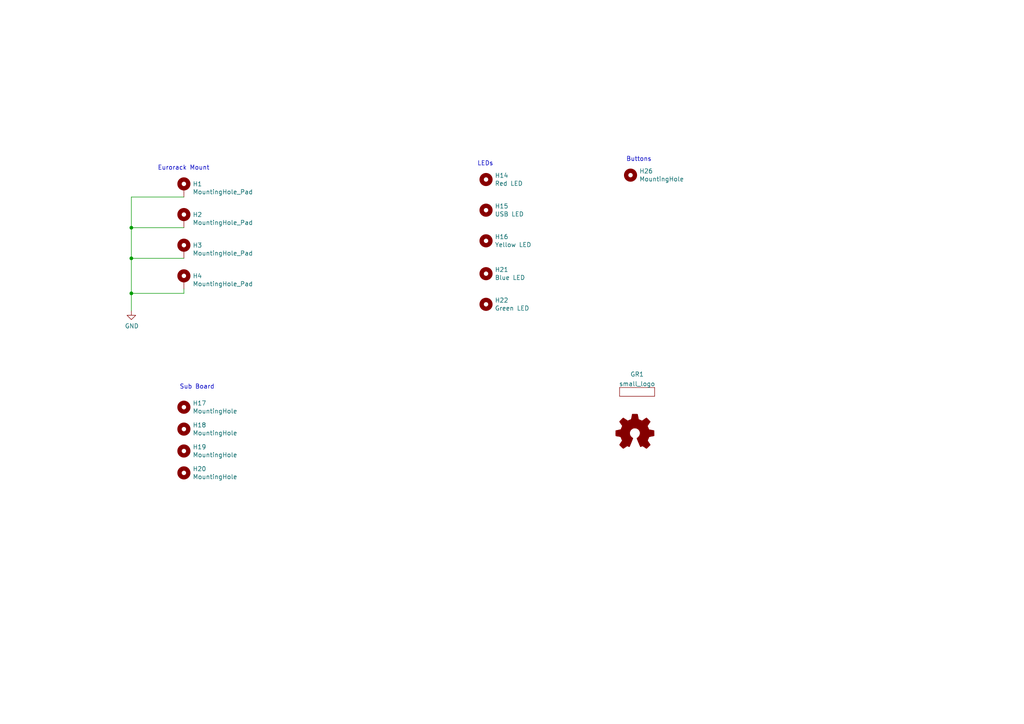
<source format=kicad_sch>
(kicad_sch (version 20211123) (generator eeschema)
  (paper "A4")
  (lib_symbols
    (symbol "Graphic:Logo_Open_Hardware_Small" (pin_names (offset 1.016))
      (symbol "Logo_Open_Hardware_Small_0_1"
        (polyline (pts (xy 3.3528 -4.3434) (xy 3.302 -4.318) (xy 3.175 -4.2418) (xy 2.9972 -4.1148) (xy 2.7686 -3.9624) (xy 2.54 -3.81) (xy 2.3622 -3.7084) (xy 2.2352 -3.6068) (xy 2.1844 -3.5814) (xy 2.159 -3.6068) (xy 2.0574 -3.6576) (xy 1.905 -3.7338) (xy 1.8034 -3.7846) (xy 1.6764 -3.8354) (xy 1.6002 -3.8354) (xy 1.6002 -3.8354) (xy 1.5494 -3.7338) (xy 1.4732 -3.5306) (xy 1.3462 -3.302) (xy 1.2446 -3.0226) (xy 1.1176 -2.7178) (xy 0.9652 -2.413) (xy 0.8636 -2.1082) (xy 0.7366 -1.8288) (xy 0.6604 -1.6256) (xy 0.6096 -1.4732) (xy 0.5842 -1.397) (xy 0.5842 -1.397) (xy 0.6604 -1.3208) (xy 0.7874 -1.2446) (xy 1.0414 -1.016) (xy 1.2954 -0.6858) (xy 1.4478 -0.3302) (xy 1.524 0.0762) (xy 1.4732 0.4572) (xy 1.3208 0.8128) (xy 1.0668 1.143) (xy 0.762 1.3716) (xy 0.4064 1.524) (xy 0 1.5748) (xy -0.381 1.5494) (xy -0.7366 1.397) (xy -1.0668 1.143) (xy -1.2192 0.9906) (xy -1.397 0.6604) (xy -1.524 0.3048) (xy -1.524 0.2286) (xy -1.4986 -0.1778) (xy -1.397 -0.5334) (xy -1.1938 -0.8636) (xy -0.9144 -1.143) (xy -0.8636 -1.1684) (xy -0.7366 -1.27) (xy -0.635 -1.3462) (xy -0.5842 -1.397) (xy -1.0668 -2.5908) (xy -1.143 -2.794) (xy -1.2954 -3.1242) (xy -1.397 -3.4036) (xy -1.4986 -3.6322) (xy -1.5748 -3.7846) (xy -1.6002 -3.8354) (xy -1.6002 -3.8354) (xy -1.651 -3.8354) (xy -1.7272 -3.81) (xy -1.905 -3.7338) (xy -2.0066 -3.683) (xy -2.1336 -3.6068) (xy -2.2098 -3.5814) (xy -2.2606 -3.6068) (xy -2.3622 -3.683) (xy -2.54 -3.81) (xy -2.7686 -3.9624) (xy -2.9718 -4.0894) (xy -3.1496 -4.2164) (xy -3.302 -4.318) (xy -3.3528 -4.3434) (xy -3.3782 -4.3434) (xy -3.429 -4.318) (xy -3.5306 -4.2164) (xy -3.7084 -4.064) (xy -3.937 -3.8354) (xy -3.9624 -3.81) (xy -4.1656 -3.6068) (xy -4.318 -3.4544) (xy -4.4196 -3.3274) (xy -4.445 -3.2766) (xy -4.445 -3.2766) (xy -4.4196 -3.2258) (xy -4.318 -3.0734) (xy -4.2164 -2.8956) (xy -4.064 -2.667) (xy -3.6576 -2.0828) (xy -3.8862 -1.5494) (xy -3.937 -1.3716) (xy -4.0386 -1.1684) (xy -4.0894 -1.0414) (xy -4.1148 -0.9652) (xy -4.191 -0.9398) (xy -4.318 -0.9144) (xy -4.5466 -0.8636) (xy -4.8006 -0.8128) (xy -5.0546 -0.7874) (xy -5.2578 -0.7366) (xy -5.4356 -0.7112) (xy -5.5118 -0.6858) (xy -5.5118 -0.6858) (xy -5.5372 -0.635) (xy -5.5372 -0.5588) (xy -5.5372 -0.4318) (xy -5.5626 -0.2286) (xy -5.5626 0.0762) (xy -5.5626 0.127) (xy -5.5372 0.4064) (xy -5.5372 0.635) (xy -5.5372 0.762) (xy -5.5372 0.8382) (xy -5.5372 0.8382) (xy -5.461 0.8382) (xy -5.3086 0.889) (xy -5.08 0.9144) (xy -4.826 0.9652) (xy -4.8006 0.9906) (xy -4.5466 1.0414) (xy -4.318 1.0668) (xy -4.1656 1.1176) (xy -4.0894 1.143) (xy -4.0894 1.143) (xy -4.0386 1.2446) (xy -3.9624 1.4224) (xy -3.8608 1.6256) (xy -3.7846 1.8288) (xy -3.7084 2.0066) (xy -3.6576 2.159) (xy -3.6322 2.2098) (xy -3.6322 2.2098) (xy -3.683 2.286) (xy -3.7592 2.413) (xy -3.8862 2.5908) (xy -4.064 2.8194) (xy -4.064 2.8448) (xy -4.2164 3.0734) (xy -4.3434 3.2512) (xy -4.4196 3.3782) (xy -4.445 3.4544) (xy -4.445 3.4544) (xy -4.3942 3.5052) (xy -4.2926 3.6322) (xy -4.1148 3.81) (xy -3.937 4.0132) (xy -3.8608 4.064) (xy -3.6576 4.2926) (xy -3.5052 4.4196) (xy -3.4036 4.4958) (xy -3.3528 4.5212) (xy -3.3528 4.5212) (xy -3.302 4.4704) (xy -3.1496 4.3688) (xy -2.9718 4.2418) (xy -2.7432 4.0894) (xy -2.7178 4.0894) (xy -2.4892 3.937) (xy -2.3114 3.81) (xy -2.1844 3.7084) (xy -2.1336 3.683) (xy -2.1082 3.683) (xy -2.032 3.7084) (xy -1.8542 3.7592) (xy -1.6764 3.8354) (xy -1.4732 3.937) (xy -1.27 4.0132) (xy -1.143 4.064) (xy -1.0668 4.1148) (xy -1.0668 4.1148) (xy -1.0414 4.191) (xy -1.016 4.3434) (xy -0.9652 4.572) (xy -0.9144 4.8514) (xy -0.889 4.9022) (xy -0.8382 5.1562) (xy -0.8128 5.3848) (xy -0.7874 5.5372) (xy -0.762 5.588) (xy -0.7112 5.6134) (xy -0.5842 5.6134) (xy -0.4064 5.6134) (xy -0.1524 5.6134) (xy 0.0762 5.6134) (xy 0.3302 5.6134) (xy 0.5334 5.6134) (xy 0.6858 5.588) (xy 0.7366 5.588) (xy 0.7366 5.588) (xy 0.762 5.5118) (xy 0.8128 5.334) (xy 0.8382 5.1054) (xy 0.9144 4.826) (xy 0.9144 4.7752) (xy 0.9652 4.5212) (xy 1.016 4.2926) (xy 1.0414 4.1402) (xy 1.0668 4.0894) (xy 1.0668 4.0894) (xy 1.1938 4.0386) (xy 1.3716 3.9624) (xy 1.5748 3.8608) (xy 2.0828 3.6576) (xy 2.7178 4.0894) (xy 2.7686 4.1402) (xy 2.9972 4.2926) (xy 3.175 4.4196) (xy 3.302 4.4958) (xy 3.3782 4.5212) (xy 3.3782 4.5212) (xy 3.429 4.4704) (xy 3.556 4.3434) (xy 3.7338 4.191) (xy 3.9116 3.9878) (xy 4.064 3.8354) (xy 4.2418 3.6576) (xy 4.3434 3.556) (xy 4.4196 3.4798) (xy 4.4196 3.429) (xy 4.4196 3.4036) (xy 4.3942 3.3274) (xy 4.2926 3.2004) (xy 4.1656 2.9972) (xy 4.0132 2.794) (xy 3.8862 2.5908) (xy 3.7592 2.3876) (xy 3.6576 2.2352) (xy 3.6322 2.159) (xy 3.6322 2.1336) (xy 3.683 2.0066) (xy 3.7592 1.8288) (xy 3.8608 1.6002) (xy 4.064 1.1176) (xy 4.3942 1.0414) (xy 4.5974 1.016) (xy 4.8768 0.9652) (xy 5.1308 0.9144) (xy 5.5372 0.8382) (xy 5.5626 -0.6604) (xy 5.4864 -0.6858) (xy 5.4356 -0.6858) (xy 5.2832 -0.7366) (xy 5.0546 -0.762) (xy 4.8006 -0.8128) (xy 4.5974 -0.8636) (xy 4.3688 -0.9144) (xy 4.2164 -0.9398) (xy 4.1402 -0.9398) (xy 4.1148 -0.9652) (xy 4.064 -1.0668) (xy 3.9878 -1.2446) (xy 3.9116 -1.4478) (xy 3.81 -1.651) (xy 3.7338 -1.8542) (xy 3.683 -2.0066) (xy 3.6576 -2.0828) (xy 3.683 -2.1336) (xy 3.7846 -2.2606) (xy 3.8862 -2.4638) (xy 4.0386 -2.667) (xy 4.191 -2.8956) (xy 4.318 -3.0734) (xy 4.3942 -3.2004) (xy 4.445 -3.2766) (xy 4.4196 -3.3274) (xy 4.3434 -3.429) (xy 4.1656 -3.5814) (xy 3.937 -3.8354) (xy 3.8862 -3.8608) (xy 3.683 -4.064) (xy 3.5306 -4.2164) (xy 3.4036 -4.318) (xy 3.3528 -4.3434)) (fill (type outline)))
      )
    )
    (symbol "Mechanical:MountingHole" (pin_names (offset 1.016))
      (property "Reference" "H" (at 0 5.08 0))
      (property "Value" "MountingHole" (at 0 3.175 0))
      (symbol "MountingHole_0_1"
        (circle (center 0 0) (radius 1.27) (stroke (width 1.27)))
      )
    )
    (symbol "Mechanical:MountingHole_Pad" (pin_numbers hide) (pin_names (offset 1.016) hide)
      (property "Reference" "H" (at 0 6.35 0))
      (property "Value" "MountingHole_Pad" (at 0 4.445 0))
      (symbol "MountingHole_Pad_0_1"
        (circle (center 0 1.27) (radius 1.27) (stroke (width 1.27)))
      )
      (symbol "MountingHole_Pad_1_1"
        (pin input line (at 0 -2.54 90) (length 2.54) (name "1") (number "1"))
      )
    )
    (symbol "greenface-symbols:small_logo" (pin_numbers hide) (pin_names (offset 0) hide)
      (property "Reference" "GR" (at 0 -2.54 0))
      (property "Value" "small_logo" (at 0 0 0))
      (symbol "small_logo_0_1"
        (rectangle (start -5.08 -1.27) (end -5.08 1.27))
        (rectangle (start -5.08 1.27) (end 5.08 1.27))
        (rectangle (start 5.08 -1.27) (end -5.08 -1.27))
        (rectangle (start 5.08 1.27) (end 5.08 -1.27))
      )
    )
    (symbol "power:GND" (power) (pin_names (offset 0))
      (property "Value" "GND" (at 0 -3.81 0))
      (symbol "GND_0_1"
        (polyline (pts (xy 0 0) (xy 0 -1.27) (xy 1.27 -1.27) (xy 0 -2.54) (xy -1.27 -1.27) (xy 0 -1.27)))
      )
      (symbol "GND_1_1"
        (pin power_in line (at 0 0 270) (length 0) hide (name "GND") (number "1"))
      )
    )
  )
  (junction (at 38.1 66.04))
  (junction (at 38.1 74.93))
  (junction (at 38.1 85.09))
  (wire (pts (xy 38.1 57.15) (xy 53.34 57.15)))
  (wire (pts (xy 38.1 85.09) (xy 38.1 74.93)))
  (wire (pts (xy 38.1 66.04) (xy 53.34 66.04)))
  (wire (pts (xy 53.34 85.09) (xy 53.34 83.82)))
  (wire (pts (xy 38.1 74.93) (xy 38.1 66.04)))
  (wire (pts (xy 38.1 74.93) (xy 53.34 74.93)))
  (wire (pts (xy 38.1 66.04) (xy 38.1 57.15)))
  (wire (pts (xy 53.34 85.09) (xy 38.1 85.09)))
  (wire (pts (xy 38.1 90.17) (xy 38.1 85.09)))
  (text "Buttons" (at 181.61 46.99 0) (effects (font (size 1.27 1.27)) (justify left bottom)))
  (text "Sub Board" (at 52.07 113.03 0) (effects (font (size 1.27 1.27)) (justify left bottom)))
  (text "LEDs" (at 138.43 48.26 0) (effects (font (size 1.27 1.27)) (justify left bottom)))
  (text "Eurorack Mount" (at 45.72 49.53 0) (effects (font (size 1.27 1.27)) (justify left bottom)))
  (symbol (lib_id "Mechanical:MountingHole_Pad") (at 53.34 54.61 0) (unit 1)
    (property "Reference" "H1" (at 55.88 53.3654 0) (effects (justify left)))
    (property "Value" "MountingHole_Pad" (at 55.88 55.6768 0) (effects (justify left)))
    (property "Footprint" "panel:MountingHole_3.2mm_M3_SmPad" (effects hide))
  )
  (symbol (lib_id "Mechanical:MountingHole_Pad") (at 53.34 63.5 0) (unit 1)
    (property "Reference" "H2" (at 55.88 62.2554 0) (effects (justify left)))
    (property "Value" "MountingHole_Pad" (at 55.88 64.5668 0) (effects (justify left)))
    (property "Footprint" "panel:MountingHole_3.2mm_M3_SmPad" (effects hide))
  )
  (symbol (lib_id "Mechanical:MountingHole_Pad") (at 53.34 72.39 0) (unit 1)
    (property "Reference" "H3" (at 55.88 71.1454 0) (effects (justify left)))
    (property "Value" "MountingHole_Pad" (at 55.88 73.4568 0) (effects (justify left)))
    (property "Footprint" "panel:MountingHole_3.2mm_M3_SmPad" (effects hide))
  )
  (symbol (lib_id "Mechanical:MountingHole_Pad") (at 53.34 81.28 0) (unit 1)
    (property "Reference" "H4" (at 55.88 80.0354 0) (effects (justify left)))
    (property "Value" "MountingHole_Pad" (at 55.88 82.3468 0) (effects (justify left)))
    (property "Footprint" "panel:MountingHole_3.2mm_M3_SmPad" (effects hide))
  )
  (symbol (lib_id "Mechanical:MountingHole") (at 140.97 52.07 0) (unit 1)
    (property "Reference" "H14" (at 143.51 50.9016 0) (effects (justify left)))
    (property "Value" "Red LED" (at 143.51 53.213 0) (effects (justify left)))
    (property "Footprint" "panel:3mmLED" (effects hide))
  )
  (symbol (lib_id "Mechanical:MountingHole") (at 140.97 60.96 0) (unit 1)
    (property "Reference" "H15" (at 143.51 59.7916 0) (effects (justify left)))
    (property "Value" "USB LED" (at 143.51 62.103 0) (effects (justify left)))
    (property "Footprint" "panel:3mmLED" (effects hide))
  )
  (symbol (lib_id "Mechanical:MountingHole") (at 53.34 118.11 0) (unit 1)
    (property "Reference" "H17" (at 55.88 116.9416 0) (effects (justify left)))
    (property "Value" "MountingHole" (at 55.88 119.253 0) (effects (justify left)))
    (property "Footprint" "MountingHole:MountingHole_2.5mm" (effects hide))
  )
  (symbol (lib_id "Mechanical:MountingHole") (at 53.34 124.46 0) (unit 1)
    (property "Reference" "H18" (at 55.88 123.2916 0) (effects (justify left)))
    (property "Value" "MountingHole" (at 55.88 125.603 0) (effects (justify left)))
    (property "Footprint" "MountingHole:MountingHole_2.5mm" (effects hide))
  )
  (symbol (lib_id "Mechanical:MountingHole") (at 53.34 130.81 0) (unit 1)
    (property "Reference" "H19" (at 55.88 129.6416 0) (effects (justify left)))
    (property "Value" "MountingHole" (at 55.88 131.953 0) (effects (justify left)))
    (property "Footprint" "MountingHole:MountingHole_2.5mm" (effects hide))
  )
  (symbol (lib_id "Mechanical:MountingHole") (at 53.34 137.16 0) (unit 1)
    (property "Reference" "H20" (at 55.88 135.9916 0) (effects (justify left)))
    (property "Value" "MountingHole" (at 55.88 138.303 0) (effects (justify left)))
    (property "Footprint" "MountingHole:MountingHole_2.5mm" (effects hide))
  )
  (symbol (lib_id "power:GND") (at 38.1 90.17 0) (unit 1)
    (property "Reference" "#PWR01" (effects hide))
    (property "Value" "GND" (at 38.227 94.5642 0))
  )
  (symbol (lib_id "Mechanical:MountingHole") (at 182.88 50.8 0) (unit 1)
    (property "Reference" "H26" (at 185.42 49.6316 0) (effects (justify left)))
    (property "Value" "MountingHole" (at 185.42 51.943 0) (effects (justify left)))
    (property "Footprint" "panel:PushButton3.7mm" (effects hide))
  )
  (symbol (lib_id "Graphic:Logo_Open_Hardware_Small") (at 184.15 125.73 0) (unit 1)
    (property "Reference" "#LOGO1" (effects hide))
    (property "Value" "Logo_Open_Hardware_Small" (effects hide))
  )
  (symbol (lib_id "Mechanical:MountingHole") (at 140.97 69.85 0) (unit 1)
    (property "Reference" "H16" (at 143.51 68.6816 0) (effects (justify left)))
    (property "Value" "Yellow LED" (at 143.51 70.993 0) (effects (justify left)))
    (property "Footprint" "panel:3mmLED" (effects hide))
  )
  (symbol (lib_id "Mechanical:MountingHole") (at 140.97 88.265 0) (unit 1)
    (property "Reference" "H22" (at 143.51 87.0966 0) (effects (justify left)))
    (property "Value" "Green LED" (at 143.51 89.408 0) (effects (justify left)))
    (property "Footprint" "panel:3mmLED" (effects hide))
  )
  (symbol (lib_id "Mechanical:MountingHole") (at 140.97 79.375 0) (unit 1)
    (property "Reference" "H21" (at 143.51 78.2066 0) (effects (justify left)))
    (property "Value" "Blue LED" (at 143.51 80.518 0) (effects (justify left)))
    (property "Footprint" "panel:3mmLED" (effects hide))
  )
  (symbol (lib_id "greenface-symbols:small_logo") (at 184.785 113.665 0) (unit 1)
    (property "Reference" "GR1" (at 184.785 108.5555 0))
    (property "Value" "small_logo" (at 184.785 111.3306 0))
    (property "Footprint" "panel:small_face" (effects hide))
  )
)
</source>
